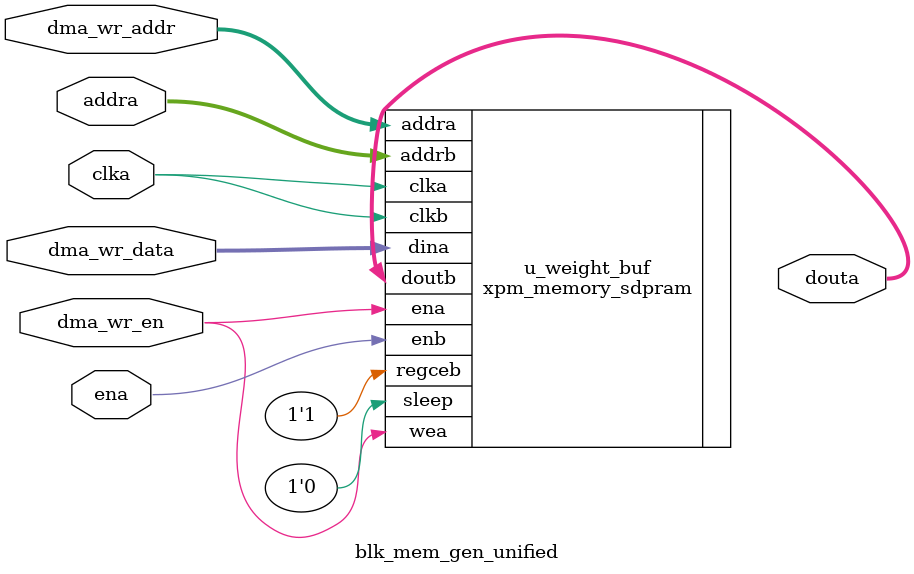
<source format=v>
`timescale 1ns / 1ps
module blk_mem_gen_unified #(
    parameter integer BUF_ADDR_W = 15, 
    parameter integer WIDTH      = 128, 
    parameter integer DEPTH      = 32768
)(
    input  wire                   clka,
    
    input  wire                   ena,   
    input  wire [BUF_ADDR_W-1:0]  addra, 
    output wire [WIDTH-1:0]       douta, 

    input  wire                   dma_wr_en,   
    input  wire [BUF_ADDR_W-1:0]  dma_wr_addr, 
    input  wire [WIDTH-1:0]       dma_wr_data  
);

    xpm_memory_sdpram #(
        .ADDR_WIDTH_A        (BUF_ADDR_W),
        .ADDR_WIDTH_B        (BUF_ADDR_W),
        .WRITE_DATA_WIDTH_A  (WIDTH),
        .READ_DATA_WIDTH_B   (WIDTH),
        .BYTE_WRITE_WIDTH_A  (WIDTH),    

        .MEMORY_SIZE         (WIDTH * DEPTH), 
        .MEMORY_PRIMITIVE    ("block"),       
        
        .READ_LATENCY_B      (2),
        .WRITE_MODE_B        ("read_first"),
        .USE_MEM_INIT        (0),
        .ECC_MODE            ("no_ecc")
    ) u_weight_buf (
        // ================== Port A (Write) ==================
        .clka   (clka),
        .ena    (dma_wr_en), 
        
        .wea    (dma_wr_en),
        .addra  (dma_wr_addr),
        .dina   (dma_wr_data),

        // ================== Port B (Read) ==================
        .clkb   (clka),
        .enb    (ena), 
        .addrb  (addra),
        .doutb  (douta),

        .regceb (1'b1),
        .sleep  (1'b0)  
    );
endmodule
</source>
